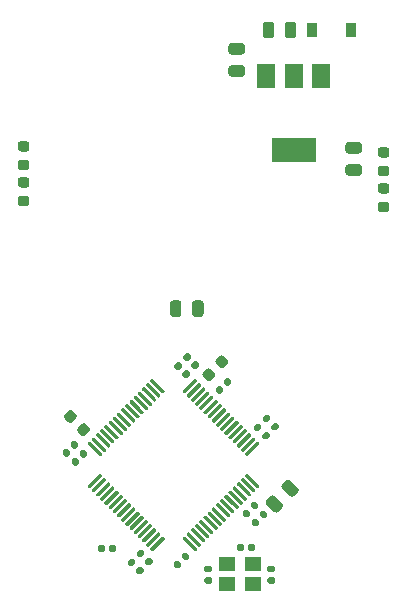
<source format=gbr>
G04 #@! TF.GenerationSoftware,KiCad,Pcbnew,5.1.6-c6e7f7d~86~ubuntu18.04.1*
G04 #@! TF.CreationDate,2020-06-01T06:43:38-04:00*
G04 #@! TF.ProjectId,f405_breakout,66343035-5f62-4726-9561-6b6f75742e6b,rev?*
G04 #@! TF.SameCoordinates,Original*
G04 #@! TF.FileFunction,Paste,Top*
G04 #@! TF.FilePolarity,Positive*
%FSLAX46Y46*%
G04 Gerber Fmt 4.6, Leading zero omitted, Abs format (unit mm)*
G04 Created by KiCad (PCBNEW 5.1.6-c6e7f7d~86~ubuntu18.04.1) date 2020-06-01 06:43:38*
%MOMM*%
%LPD*%
G01*
G04 APERTURE LIST*
%ADD10R,0.900000X1.200000*%
%ADD11R,1.400000X1.200000*%
%ADD12R,3.800000X2.000000*%
%ADD13R,1.500000X2.000000*%
G04 APERTURE END LIST*
G36*
G01*
X130207600Y-79020350D02*
X130207600Y-79932850D01*
G75*
G02*
X129963850Y-80176600I-243750J0D01*
G01*
X129476350Y-80176600D01*
G75*
G02*
X129232600Y-79932850I0J243750D01*
G01*
X129232600Y-79020350D01*
G75*
G02*
X129476350Y-78776600I243750J0D01*
G01*
X129963850Y-78776600D01*
G75*
G02*
X130207600Y-79020350I0J-243750D01*
G01*
G37*
G36*
G01*
X132082600Y-79020350D02*
X132082600Y-79932850D01*
G75*
G02*
X131838850Y-80176600I-243750J0D01*
G01*
X131351350Y-80176600D01*
G75*
G02*
X131107600Y-79932850I0J243750D01*
G01*
X131107600Y-79020350D01*
G75*
G02*
X131351350Y-78776600I243750J0D01*
G01*
X131838850Y-78776600D01*
G75*
G02*
X132082600Y-79020350I0J-243750D01*
G01*
G37*
G36*
G01*
X137246621Y-96570428D02*
X137490572Y-96814380D01*
G75*
G02*
X137490572Y-97022976I-104298J-104298D01*
G01*
X137281976Y-97231572D01*
G75*
G02*
X137073380Y-97231572I-104298J104298D01*
G01*
X136829428Y-96987620D01*
G75*
G02*
X136829428Y-96779024I104298J104298D01*
G01*
X137038024Y-96570428D01*
G75*
G02*
X137246620Y-96570428I104298J-104298D01*
G01*
G37*
G36*
G01*
X136560727Y-97256322D02*
X136804678Y-97500274D01*
G75*
G02*
X136804678Y-97708870I-104298J-104298D01*
G01*
X136596082Y-97917466D01*
G75*
G02*
X136387486Y-97917466I-104298J104298D01*
G01*
X136143534Y-97673514D01*
G75*
G02*
X136143534Y-97464918I104298J104298D01*
G01*
X136352130Y-97256322D01*
G75*
G02*
X136560726Y-97256322I104298J-104298D01*
G01*
G37*
G36*
G01*
X130642621Y-100126428D02*
X130886572Y-100370380D01*
G75*
G02*
X130886572Y-100578976I-104298J-104298D01*
G01*
X130677976Y-100787572D01*
G75*
G02*
X130469380Y-100787572I-104298J104298D01*
G01*
X130225428Y-100543620D01*
G75*
G02*
X130225428Y-100335024I104298J104298D01*
G01*
X130434024Y-100126428D01*
G75*
G02*
X130642620Y-100126428I104298J-104298D01*
G01*
G37*
G36*
G01*
X129956727Y-100812322D02*
X130200678Y-101056274D01*
G75*
G02*
X130200678Y-101264870I-104298J-104298D01*
G01*
X129992082Y-101473466D01*
G75*
G02*
X129783486Y-101473466I-104298J104298D01*
G01*
X129539534Y-101229514D01*
G75*
G02*
X129539534Y-101020918I104298J104298D01*
G01*
X129748130Y-100812322D01*
G75*
G02*
X129956726Y-100812322I104298J-104298D01*
G01*
G37*
G36*
G01*
X134417750Y-56995000D02*
X135330250Y-56995000D01*
G75*
G02*
X135574000Y-57238750I0J-243750D01*
G01*
X135574000Y-57726250D01*
G75*
G02*
X135330250Y-57970000I-243750J0D01*
G01*
X134417750Y-57970000D01*
G75*
G02*
X134174000Y-57726250I0J243750D01*
G01*
X134174000Y-57238750D01*
G75*
G02*
X134417750Y-56995000I243750J0D01*
G01*
G37*
G36*
G01*
X134417750Y-58870000D02*
X135330250Y-58870000D01*
G75*
G02*
X135574000Y-59113750I0J-243750D01*
G01*
X135574000Y-59601250D01*
G75*
G02*
X135330250Y-59845000I-243750J0D01*
G01*
X134417750Y-59845000D01*
G75*
G02*
X134174000Y-59601250I0J243750D01*
G01*
X134174000Y-59113750D01*
G75*
G02*
X134417750Y-58870000I243750J0D01*
G01*
G37*
G36*
G01*
X135798727Y-96494322D02*
X136042678Y-96738274D01*
G75*
G02*
X136042678Y-96946870I-104298J-104298D01*
G01*
X135834082Y-97155466D01*
G75*
G02*
X135625486Y-97155466I-104298J104298D01*
G01*
X135381534Y-96911514D01*
G75*
G02*
X135381534Y-96702918I104298J104298D01*
G01*
X135590130Y-96494322D01*
G75*
G02*
X135798726Y-96494322I104298J-104298D01*
G01*
G37*
G36*
G01*
X136484621Y-95808428D02*
X136728572Y-96052380D01*
G75*
G02*
X136728572Y-96260976I-104298J-104298D01*
G01*
X136519976Y-96469572D01*
G75*
G02*
X136311380Y-96469572I-104298J104298D01*
G01*
X136067428Y-96225620D01*
G75*
G02*
X136067428Y-96017024I104298J104298D01*
G01*
X136276024Y-95808428D01*
G75*
G02*
X136484620Y-95808428I104298J-104298D01*
G01*
G37*
G36*
G01*
X137007322Y-90134273D02*
X137251274Y-89890322D01*
G75*
G02*
X137459870Y-89890322I104298J-104298D01*
G01*
X137668466Y-90098918D01*
G75*
G02*
X137668466Y-90307514I-104298J-104298D01*
G01*
X137424514Y-90551466D01*
G75*
G02*
X137215918Y-90551466I-104298J104298D01*
G01*
X137007322Y-90342870D01*
G75*
G02*
X137007322Y-90134274I104298J104298D01*
G01*
G37*
G36*
G01*
X136321428Y-89448379D02*
X136565380Y-89204428D01*
G75*
G02*
X136773976Y-89204428I104298J-104298D01*
G01*
X136982572Y-89413024D01*
G75*
G02*
X136982572Y-89621620I-104298J-104298D01*
G01*
X136738620Y-89865572D01*
G75*
G02*
X136530024Y-89865572I-104298J104298D01*
G01*
X136321428Y-89656976D01*
G75*
G02*
X136321428Y-89448380I104298J104298D01*
G01*
G37*
G36*
G01*
X137083428Y-88686379D02*
X137327380Y-88442428D01*
G75*
G02*
X137535976Y-88442428I104298J-104298D01*
G01*
X137744572Y-88651024D01*
G75*
G02*
X137744572Y-88859620I-104298J-104298D01*
G01*
X137500620Y-89103572D01*
G75*
G02*
X137292024Y-89103572I-104298J104298D01*
G01*
X137083428Y-88894976D01*
G75*
G02*
X137083428Y-88686380I104298J104298D01*
G01*
G37*
G36*
G01*
X137769322Y-89372273D02*
X138013274Y-89128322D01*
G75*
G02*
X138221870Y-89128322I104298J-104298D01*
G01*
X138430466Y-89336918D01*
G75*
G02*
X138430466Y-89545514I-104298J-104298D01*
G01*
X138186514Y-89789466D01*
G75*
G02*
X137977918Y-89789466I-104298J104298D01*
G01*
X137769322Y-89580870D01*
G75*
G02*
X137769322Y-89372274I104298J104298D01*
G01*
G37*
G36*
G01*
X144323750Y-67252000D02*
X145236250Y-67252000D01*
G75*
G02*
X145480000Y-67495750I0J-243750D01*
G01*
X145480000Y-67983250D01*
G75*
G02*
X145236250Y-68227000I-243750J0D01*
G01*
X144323750Y-68227000D01*
G75*
G02*
X144080000Y-67983250I0J243750D01*
G01*
X144080000Y-67495750D01*
G75*
G02*
X144323750Y-67252000I243750J0D01*
G01*
G37*
G36*
G01*
X144323750Y-65377000D02*
X145236250Y-65377000D01*
G75*
G02*
X145480000Y-65620750I0J-243750D01*
G01*
X145480000Y-66108250D01*
G75*
G02*
X145236250Y-66352000I-243750J0D01*
G01*
X144323750Y-66352000D01*
G75*
G02*
X144080000Y-66108250I0J243750D01*
G01*
X144080000Y-65620750D01*
G75*
G02*
X144323750Y-65377000I243750J0D01*
G01*
G37*
G36*
G01*
X130950072Y-85113121D02*
X130706120Y-85357072D01*
G75*
G02*
X130497524Y-85357072I-104298J104298D01*
G01*
X130288928Y-85148476D01*
G75*
G02*
X130288928Y-84939880I104298J104298D01*
G01*
X130532880Y-84695928D01*
G75*
G02*
X130741476Y-84695928I104298J-104298D01*
G01*
X130950072Y-84904524D01*
G75*
G02*
X130950072Y-85113120I-104298J-104298D01*
G01*
G37*
G36*
G01*
X130264178Y-84427227D02*
X130020226Y-84671178D01*
G75*
G02*
X129811630Y-84671178I-104298J104298D01*
G01*
X129603034Y-84462582D01*
G75*
G02*
X129603034Y-84253986I104298J104298D01*
G01*
X129846986Y-84010034D01*
G75*
G02*
X130055582Y-84010034I104298J-104298D01*
G01*
X130264178Y-84218630D01*
G75*
G02*
X130264178Y-84427226I-104298J-104298D01*
G01*
G37*
G36*
G01*
X131026178Y-83665227D02*
X130782226Y-83909178D01*
G75*
G02*
X130573630Y-83909178I-104298J104298D01*
G01*
X130365034Y-83700582D01*
G75*
G02*
X130365034Y-83491986I104298J104298D01*
G01*
X130608986Y-83248034D01*
G75*
G02*
X130817582Y-83248034I104298J-104298D01*
G01*
X131026178Y-83456630D01*
G75*
G02*
X131026178Y-83665226I-104298J-104298D01*
G01*
G37*
G36*
G01*
X131712072Y-84351121D02*
X131468120Y-84595072D01*
G75*
G02*
X131259524Y-84595072I-104298J104298D01*
G01*
X131050928Y-84386476D01*
G75*
G02*
X131050928Y-84177880I104298J104298D01*
G01*
X131294880Y-83933928D01*
G75*
G02*
X131503476Y-83933928I104298J-104298D01*
G01*
X131712072Y-84142524D01*
G75*
G02*
X131712072Y-84351120I-104298J-104298D01*
G01*
G37*
G36*
G01*
X122006621Y-91426928D02*
X122250572Y-91670880D01*
G75*
G02*
X122250572Y-91879476I-104298J-104298D01*
G01*
X122041976Y-92088072D01*
G75*
G02*
X121833380Y-92088072I-104298J104298D01*
G01*
X121589428Y-91844120D01*
G75*
G02*
X121589428Y-91635524I104298J104298D01*
G01*
X121798024Y-91426928D01*
G75*
G02*
X122006620Y-91426928I104298J-104298D01*
G01*
G37*
G36*
G01*
X121320727Y-92112822D02*
X121564678Y-92356774D01*
G75*
G02*
X121564678Y-92565370I-104298J-104298D01*
G01*
X121356082Y-92773966D01*
G75*
G02*
X121147486Y-92773966I-104298J104298D01*
G01*
X120903534Y-92530014D01*
G75*
G02*
X120903534Y-92321418I104298J104298D01*
G01*
X121112130Y-92112822D01*
G75*
G02*
X121320726Y-92112822I104298J-104298D01*
G01*
G37*
G36*
G01*
X120558727Y-91350822D02*
X120802678Y-91594774D01*
G75*
G02*
X120802678Y-91803370I-104298J-104298D01*
G01*
X120594082Y-92011966D01*
G75*
G02*
X120385486Y-92011966I-104298J104298D01*
G01*
X120141534Y-91768014D01*
G75*
G02*
X120141534Y-91559418I104298J104298D01*
G01*
X120350130Y-91350822D01*
G75*
G02*
X120558726Y-91350822I104298J-104298D01*
G01*
G37*
G36*
G01*
X121244621Y-90664928D02*
X121488572Y-90908880D01*
G75*
G02*
X121488572Y-91117476I-104298J-104298D01*
G01*
X121279976Y-91326072D01*
G75*
G02*
X121071380Y-91326072I-104298J104298D01*
G01*
X120827428Y-91082120D01*
G75*
G02*
X120827428Y-90873524I104298J104298D01*
G01*
X121036024Y-90664928D01*
G75*
G02*
X121244620Y-90664928I104298J-104298D01*
G01*
G37*
G36*
G01*
X127762466Y-100975515D02*
X127518514Y-101219466D01*
G75*
G02*
X127309918Y-101219466I-104298J104298D01*
G01*
X127101322Y-101010870D01*
G75*
G02*
X127101322Y-100802274I104298J104298D01*
G01*
X127345274Y-100558322D01*
G75*
G02*
X127553870Y-100558322I104298J-104298D01*
G01*
X127762466Y-100766918D01*
G75*
G02*
X127762466Y-100975514I-104298J-104298D01*
G01*
G37*
G36*
G01*
X127076572Y-100289621D02*
X126832620Y-100533572D01*
G75*
G02*
X126624024Y-100533572I-104298J104298D01*
G01*
X126415428Y-100324976D01*
G75*
G02*
X126415428Y-100116380I104298J104298D01*
G01*
X126659380Y-99872428D01*
G75*
G02*
X126867976Y-99872428I104298J-104298D01*
G01*
X127076572Y-100081024D01*
G75*
G02*
X127076572Y-100289620I-104298J-104298D01*
G01*
G37*
G36*
G01*
X126314572Y-101051621D02*
X126070620Y-101295572D01*
G75*
G02*
X125862024Y-101295572I-104298J104298D01*
G01*
X125653428Y-101086976D01*
G75*
G02*
X125653428Y-100878380I104298J104298D01*
G01*
X125897380Y-100634428D01*
G75*
G02*
X126105976Y-100634428I104298J-104298D01*
G01*
X126314572Y-100843024D01*
G75*
G02*
X126314572Y-101051620I-104298J-104298D01*
G01*
G37*
G36*
G01*
X127000466Y-101737515D02*
X126756514Y-101981466D01*
G75*
G02*
X126547918Y-101981466I-104298J104298D01*
G01*
X126339322Y-101772870D01*
G75*
G02*
X126339322Y-101564274I104298J104298D01*
G01*
X126583274Y-101320322D01*
G75*
G02*
X126791870Y-101320322I104298J-104298D01*
G01*
X127000466Y-101528918D01*
G75*
G02*
X127000466Y-101737514I-104298J-104298D01*
G01*
G37*
G36*
G01*
X133510031Y-84466861D02*
X133147638Y-84104469D01*
G75*
G02*
X133147638Y-83795109I154680J154680D01*
G01*
X133456997Y-83485750D01*
G75*
G02*
X133766357Y-83485750I154680J-154680D01*
G01*
X134128750Y-83848143D01*
G75*
G02*
X134128750Y-84157503I-154680J-154680D01*
G01*
X133819391Y-84466862D01*
G75*
G02*
X133510031Y-84466862I-154680J154680D01*
G01*
G37*
G36*
G01*
X132396337Y-85580555D02*
X132033944Y-85218163D01*
G75*
G02*
X132033944Y-84908803I154680J154680D01*
G01*
X132343303Y-84599444D01*
G75*
G02*
X132652663Y-84599444I154680J-154680D01*
G01*
X133015056Y-84961837D01*
G75*
G02*
X133015056Y-85271197I-154680J-154680D01*
G01*
X132705697Y-85580556D01*
G75*
G02*
X132396337Y-85580556I-154680J154680D01*
G01*
G37*
G36*
G01*
X122410555Y-89853663D02*
X122048163Y-90216056D01*
G75*
G02*
X121738803Y-90216056I-154680J154680D01*
G01*
X121429444Y-89906697D01*
G75*
G02*
X121429444Y-89597337I154680J154680D01*
G01*
X121791837Y-89234944D01*
G75*
G02*
X122101197Y-89234944I154680J-154680D01*
G01*
X122410556Y-89544303D01*
G75*
G02*
X122410556Y-89853663I-154680J-154680D01*
G01*
G37*
G36*
G01*
X121296861Y-88739969D02*
X120934469Y-89102362D01*
G75*
G02*
X120625109Y-89102362I-154680J154680D01*
G01*
X120315750Y-88793003D01*
G75*
G02*
X120315750Y-88483643I154680J154680D01*
G01*
X120678143Y-88121250D01*
G75*
G02*
X120987503Y-88121250I154680J-154680D01*
G01*
X121296862Y-88430609D01*
G75*
G02*
X121296862Y-88739969I-154680J-154680D01*
G01*
G37*
G36*
G01*
X132633500Y-101814000D02*
X132288500Y-101814000D01*
G75*
G02*
X132141000Y-101666500I0J147500D01*
G01*
X132141000Y-101371500D01*
G75*
G02*
X132288500Y-101224000I147500J0D01*
G01*
X132633500Y-101224000D01*
G75*
G02*
X132781000Y-101371500I0J-147500D01*
G01*
X132781000Y-101666500D01*
G75*
G02*
X132633500Y-101814000I-147500J0D01*
G01*
G37*
G36*
G01*
X132633500Y-102784000D02*
X132288500Y-102784000D01*
G75*
G02*
X132141000Y-102636500I0J147500D01*
G01*
X132141000Y-102341500D01*
G75*
G02*
X132288500Y-102194000I147500J0D01*
G01*
X132633500Y-102194000D01*
G75*
G02*
X132781000Y-102341500I0J-147500D01*
G01*
X132781000Y-102636500D01*
G75*
G02*
X132633500Y-102784000I-147500J0D01*
G01*
G37*
G36*
G01*
X137622500Y-101224000D02*
X137967500Y-101224000D01*
G75*
G02*
X138115000Y-101371500I0J-147500D01*
G01*
X138115000Y-101666500D01*
G75*
G02*
X137967500Y-101814000I-147500J0D01*
G01*
X137622500Y-101814000D01*
G75*
G02*
X137475000Y-101666500I0J147500D01*
G01*
X137475000Y-101371500D01*
G75*
G02*
X137622500Y-101224000I147500J0D01*
G01*
G37*
G36*
G01*
X137622500Y-102194000D02*
X137967500Y-102194000D01*
G75*
G02*
X138115000Y-102341500I0J-147500D01*
G01*
X138115000Y-102636500D01*
G75*
G02*
X137967500Y-102784000I-147500J0D01*
G01*
X137622500Y-102784000D01*
G75*
G02*
X137475000Y-102636500I0J147500D01*
G01*
X137475000Y-102341500D01*
G75*
G02*
X137622500Y-102194000I147500J0D01*
G01*
G37*
D10*
X141226000Y-55880000D03*
X144526000Y-55880000D03*
G36*
G01*
X147576250Y-69728500D02*
X147063750Y-69728500D01*
G75*
G02*
X146845000Y-69509750I0J218750D01*
G01*
X146845000Y-69072250D01*
G75*
G02*
X147063750Y-68853500I218750J0D01*
G01*
X147576250Y-68853500D01*
G75*
G02*
X147795000Y-69072250I0J-218750D01*
G01*
X147795000Y-69509750D01*
G75*
G02*
X147576250Y-69728500I-218750J0D01*
G01*
G37*
G36*
G01*
X147576250Y-71303500D02*
X147063750Y-71303500D01*
G75*
G02*
X146845000Y-71084750I0J218750D01*
G01*
X146845000Y-70647250D01*
G75*
G02*
X147063750Y-70428500I218750J0D01*
G01*
X147576250Y-70428500D01*
G75*
G02*
X147795000Y-70647250I0J-218750D01*
G01*
X147795000Y-71084750D01*
G75*
G02*
X147576250Y-71303500I-218750J0D01*
G01*
G37*
G36*
G01*
X116583750Y-66872500D02*
X117096250Y-66872500D01*
G75*
G02*
X117315000Y-67091250I0J-218750D01*
G01*
X117315000Y-67528750D01*
G75*
G02*
X117096250Y-67747500I-218750J0D01*
G01*
X116583750Y-67747500D01*
G75*
G02*
X116365000Y-67528750I0J218750D01*
G01*
X116365000Y-67091250D01*
G75*
G02*
X116583750Y-66872500I218750J0D01*
G01*
G37*
G36*
G01*
X116583750Y-65297500D02*
X117096250Y-65297500D01*
G75*
G02*
X117315000Y-65516250I0J-218750D01*
G01*
X117315000Y-65953750D01*
G75*
G02*
X117096250Y-66172500I-218750J0D01*
G01*
X116583750Y-66172500D01*
G75*
G02*
X116365000Y-65953750I0J218750D01*
G01*
X116365000Y-65516250D01*
G75*
G02*
X116583750Y-65297500I218750J0D01*
G01*
G37*
G36*
G01*
X139378129Y-95353506D02*
X138732894Y-94708271D01*
G75*
G02*
X138732894Y-94363557I172357J172357D01*
G01*
X139077609Y-94018842D01*
G75*
G02*
X139422323Y-94018842I172357J-172357D01*
G01*
X140067558Y-94664077D01*
G75*
G02*
X140067558Y-95008791I-172357J-172357D01*
G01*
X139722843Y-95353506D01*
G75*
G02*
X139378129Y-95353506I-172357J172357D01*
G01*
G37*
G36*
G01*
X138052303Y-96679332D02*
X137407068Y-96034097D01*
G75*
G02*
X137407068Y-95689383I172357J172357D01*
G01*
X137751783Y-95344668D01*
G75*
G02*
X138096497Y-95344668I172357J-172357D01*
G01*
X138741732Y-95989903D01*
G75*
G02*
X138741732Y-96334617I-172357J-172357D01*
G01*
X138397017Y-96679332D01*
G75*
G02*
X138052303Y-96679332I-172357J172357D01*
G01*
G37*
G36*
G01*
X137083500Y-56336250D02*
X137083500Y-55423750D01*
G75*
G02*
X137327250Y-55180000I243750J0D01*
G01*
X137814750Y-55180000D01*
G75*
G02*
X138058500Y-55423750I0J-243750D01*
G01*
X138058500Y-56336250D01*
G75*
G02*
X137814750Y-56580000I-243750J0D01*
G01*
X137327250Y-56580000D01*
G75*
G02*
X137083500Y-56336250I0J243750D01*
G01*
G37*
G36*
G01*
X138958500Y-56336250D02*
X138958500Y-55423750D01*
G75*
G02*
X139202250Y-55180000I243750J0D01*
G01*
X139689750Y-55180000D01*
G75*
G02*
X139933500Y-55423750I0J-243750D01*
G01*
X139933500Y-56336250D01*
G75*
G02*
X139689750Y-56580000I-243750J0D01*
G01*
X139202250Y-56580000D01*
G75*
G02*
X138958500Y-56336250I0J243750D01*
G01*
G37*
D11*
X134028000Y-102831000D03*
X136228000Y-102831000D03*
X136228000Y-101131000D03*
X134028000Y-101131000D03*
G36*
G01*
X147576250Y-66680500D02*
X147063750Y-66680500D01*
G75*
G02*
X146845000Y-66461750I0J218750D01*
G01*
X146845000Y-66024250D01*
G75*
G02*
X147063750Y-65805500I218750J0D01*
G01*
X147576250Y-65805500D01*
G75*
G02*
X147795000Y-66024250I0J-218750D01*
G01*
X147795000Y-66461750D01*
G75*
G02*
X147576250Y-66680500I-218750J0D01*
G01*
G37*
G36*
G01*
X147576250Y-68255500D02*
X147063750Y-68255500D01*
G75*
G02*
X146845000Y-68036750I0J218750D01*
G01*
X146845000Y-67599250D01*
G75*
G02*
X147063750Y-67380500I218750J0D01*
G01*
X147576250Y-67380500D01*
G75*
G02*
X147795000Y-67599250I0J-218750D01*
G01*
X147795000Y-68036750D01*
G75*
G02*
X147576250Y-68255500I-218750J0D01*
G01*
G37*
G36*
G01*
X123118800Y-99969100D02*
X123118800Y-99624100D01*
G75*
G02*
X123266300Y-99476600I147500J0D01*
G01*
X123561300Y-99476600D01*
G75*
G02*
X123708800Y-99624100I0J-147500D01*
G01*
X123708800Y-99969100D01*
G75*
G02*
X123561300Y-100116600I-147500J0D01*
G01*
X123266300Y-100116600D01*
G75*
G02*
X123118800Y-99969100I0J147500D01*
G01*
G37*
G36*
G01*
X124088800Y-99969100D02*
X124088800Y-99624100D01*
G75*
G02*
X124236300Y-99476600I147500J0D01*
G01*
X124531300Y-99476600D01*
G75*
G02*
X124678800Y-99624100I0J-147500D01*
G01*
X124678800Y-99969100D01*
G75*
G02*
X124531300Y-100116600I-147500J0D01*
G01*
X124236300Y-100116600D01*
G75*
G02*
X124088800Y-99969100I0J147500D01*
G01*
G37*
G36*
G01*
X116583750Y-69920500D02*
X117096250Y-69920500D01*
G75*
G02*
X117315000Y-70139250I0J-218750D01*
G01*
X117315000Y-70576750D01*
G75*
G02*
X117096250Y-70795500I-218750J0D01*
G01*
X116583750Y-70795500D01*
G75*
G02*
X116365000Y-70576750I0J218750D01*
G01*
X116365000Y-70139250D01*
G75*
G02*
X116583750Y-69920500I218750J0D01*
G01*
G37*
G36*
G01*
X116583750Y-68345500D02*
X117096250Y-68345500D01*
G75*
G02*
X117315000Y-68564250I0J-218750D01*
G01*
X117315000Y-69001750D01*
G75*
G02*
X117096250Y-69220500I-218750J0D01*
G01*
X116583750Y-69220500D01*
G75*
G02*
X116365000Y-69001750I0J218750D01*
G01*
X116365000Y-68564250D01*
G75*
G02*
X116583750Y-68345500I218750J0D01*
G01*
G37*
G36*
G01*
X133512821Y-86029428D02*
X133756772Y-86273380D01*
G75*
G02*
X133756772Y-86481976I-104298J-104298D01*
G01*
X133548176Y-86690572D01*
G75*
G02*
X133339580Y-86690572I-104298J104298D01*
G01*
X133095628Y-86446620D01*
G75*
G02*
X133095628Y-86238024I104298J104298D01*
G01*
X133304224Y-86029428D01*
G75*
G02*
X133512820Y-86029428I104298J-104298D01*
G01*
G37*
G36*
G01*
X134198715Y-85343534D02*
X134442666Y-85587486D01*
G75*
G02*
X134442666Y-85796082I-104298J-104298D01*
G01*
X134234070Y-86004678D01*
G75*
G02*
X134025474Y-86004678I-104298J104298D01*
G01*
X133781522Y-85760726D01*
G75*
G02*
X133781522Y-85552130I104298J104298D01*
G01*
X133990118Y-85343534D01*
G75*
G02*
X134198714Y-85343534I104298J-104298D01*
G01*
G37*
G36*
G01*
X134879000Y-99867500D02*
X134879000Y-99522500D01*
G75*
G02*
X135026500Y-99375000I147500J0D01*
G01*
X135321500Y-99375000D01*
G75*
G02*
X135469000Y-99522500I0J-147500D01*
G01*
X135469000Y-99867500D01*
G75*
G02*
X135321500Y-100015000I-147500J0D01*
G01*
X135026500Y-100015000D01*
G75*
G02*
X134879000Y-99867500I0J147500D01*
G01*
G37*
G36*
G01*
X135849000Y-99867500D02*
X135849000Y-99522500D01*
G75*
G02*
X135996500Y-99375000I147500J0D01*
G01*
X136291500Y-99375000D01*
G75*
G02*
X136439000Y-99522500I0J-147500D01*
G01*
X136439000Y-99867500D01*
G75*
G02*
X136291500Y-100015000I-147500J0D01*
G01*
X135996500Y-100015000D01*
G75*
G02*
X135849000Y-99867500I0J147500D01*
G01*
G37*
D12*
X139700000Y-66040000D03*
D13*
X139700000Y-59740000D03*
X137400000Y-59740000D03*
X142000000Y-59740000D03*
G36*
G01*
X131502222Y-99869456D02*
X131396156Y-99975522D01*
G75*
G02*
X131290090Y-99975522I-53033J53033D01*
G01*
X130300140Y-98985572D01*
G75*
G02*
X130300140Y-98879506I53033J53033D01*
G01*
X130406206Y-98773440D01*
G75*
G02*
X130512272Y-98773440I53033J-53033D01*
G01*
X131502222Y-99763390D01*
G75*
G02*
X131502222Y-99869456I-53033J-53033D01*
G01*
G37*
G36*
G01*
X131855775Y-99515903D02*
X131749709Y-99621969D01*
G75*
G02*
X131643643Y-99621969I-53033J53033D01*
G01*
X130653693Y-98632019D01*
G75*
G02*
X130653693Y-98525953I53033J53033D01*
G01*
X130759759Y-98419887D01*
G75*
G02*
X130865825Y-98419887I53033J-53033D01*
G01*
X131855775Y-99409837D01*
G75*
G02*
X131855775Y-99515903I-53033J-53033D01*
G01*
G37*
G36*
G01*
X132209328Y-99162350D02*
X132103262Y-99268416D01*
G75*
G02*
X131997196Y-99268416I-53033J53033D01*
G01*
X131007246Y-98278466D01*
G75*
G02*
X131007246Y-98172400I53033J53033D01*
G01*
X131113312Y-98066334D01*
G75*
G02*
X131219378Y-98066334I53033J-53033D01*
G01*
X132209328Y-99056284D01*
G75*
G02*
X132209328Y-99162350I-53033J-53033D01*
G01*
G37*
G36*
G01*
X132562882Y-98808796D02*
X132456816Y-98914862D01*
G75*
G02*
X132350750Y-98914862I-53033J53033D01*
G01*
X131360800Y-97924912D01*
G75*
G02*
X131360800Y-97818846I53033J53033D01*
G01*
X131466866Y-97712780D01*
G75*
G02*
X131572932Y-97712780I53033J-53033D01*
G01*
X132562882Y-98702730D01*
G75*
G02*
X132562882Y-98808796I-53033J-53033D01*
G01*
G37*
G36*
G01*
X132916435Y-98455243D02*
X132810369Y-98561309D01*
G75*
G02*
X132704303Y-98561309I-53033J53033D01*
G01*
X131714353Y-97571359D01*
G75*
G02*
X131714353Y-97465293I53033J53033D01*
G01*
X131820419Y-97359227D01*
G75*
G02*
X131926485Y-97359227I53033J-53033D01*
G01*
X132916435Y-98349177D01*
G75*
G02*
X132916435Y-98455243I-53033J-53033D01*
G01*
G37*
G36*
G01*
X133269989Y-98101689D02*
X133163923Y-98207755D01*
G75*
G02*
X133057857Y-98207755I-53033J53033D01*
G01*
X132067907Y-97217805D01*
G75*
G02*
X132067907Y-97111739I53033J53033D01*
G01*
X132173973Y-97005673D01*
G75*
G02*
X132280039Y-97005673I53033J-53033D01*
G01*
X133269989Y-97995623D01*
G75*
G02*
X133269989Y-98101689I-53033J-53033D01*
G01*
G37*
G36*
G01*
X133623542Y-97748136D02*
X133517476Y-97854202D01*
G75*
G02*
X133411410Y-97854202I-53033J53033D01*
G01*
X132421460Y-96864252D01*
G75*
G02*
X132421460Y-96758186I53033J53033D01*
G01*
X132527526Y-96652120D01*
G75*
G02*
X132633592Y-96652120I53033J-53033D01*
G01*
X133623542Y-97642070D01*
G75*
G02*
X133623542Y-97748136I-53033J-53033D01*
G01*
G37*
G36*
G01*
X133977095Y-97394583D02*
X133871029Y-97500649D01*
G75*
G02*
X133764963Y-97500649I-53033J53033D01*
G01*
X132775013Y-96510699D01*
G75*
G02*
X132775013Y-96404633I53033J53033D01*
G01*
X132881079Y-96298567D01*
G75*
G02*
X132987145Y-96298567I53033J-53033D01*
G01*
X133977095Y-97288517D01*
G75*
G02*
X133977095Y-97394583I-53033J-53033D01*
G01*
G37*
G36*
G01*
X134330649Y-97041029D02*
X134224583Y-97147095D01*
G75*
G02*
X134118517Y-97147095I-53033J53033D01*
G01*
X133128567Y-96157145D01*
G75*
G02*
X133128567Y-96051079I53033J53033D01*
G01*
X133234633Y-95945013D01*
G75*
G02*
X133340699Y-95945013I53033J-53033D01*
G01*
X134330649Y-96934963D01*
G75*
G02*
X134330649Y-97041029I-53033J-53033D01*
G01*
G37*
G36*
G01*
X134684202Y-96687476D02*
X134578136Y-96793542D01*
G75*
G02*
X134472070Y-96793542I-53033J53033D01*
G01*
X133482120Y-95803592D01*
G75*
G02*
X133482120Y-95697526I53033J53033D01*
G01*
X133588186Y-95591460D01*
G75*
G02*
X133694252Y-95591460I53033J-53033D01*
G01*
X134684202Y-96581410D01*
G75*
G02*
X134684202Y-96687476I-53033J-53033D01*
G01*
G37*
G36*
G01*
X135037755Y-96333923D02*
X134931689Y-96439989D01*
G75*
G02*
X134825623Y-96439989I-53033J53033D01*
G01*
X133835673Y-95450039D01*
G75*
G02*
X133835673Y-95343973I53033J53033D01*
G01*
X133941739Y-95237907D01*
G75*
G02*
X134047805Y-95237907I53033J-53033D01*
G01*
X135037755Y-96227857D01*
G75*
G02*
X135037755Y-96333923I-53033J-53033D01*
G01*
G37*
G36*
G01*
X135391309Y-95980369D02*
X135285243Y-96086435D01*
G75*
G02*
X135179177Y-96086435I-53033J53033D01*
G01*
X134189227Y-95096485D01*
G75*
G02*
X134189227Y-94990419I53033J53033D01*
G01*
X134295293Y-94884353D01*
G75*
G02*
X134401359Y-94884353I53033J-53033D01*
G01*
X135391309Y-95874303D01*
G75*
G02*
X135391309Y-95980369I-53033J-53033D01*
G01*
G37*
G36*
G01*
X135744862Y-95626816D02*
X135638796Y-95732882D01*
G75*
G02*
X135532730Y-95732882I-53033J53033D01*
G01*
X134542780Y-94742932D01*
G75*
G02*
X134542780Y-94636866I53033J53033D01*
G01*
X134648846Y-94530800D01*
G75*
G02*
X134754912Y-94530800I53033J-53033D01*
G01*
X135744862Y-95520750D01*
G75*
G02*
X135744862Y-95626816I-53033J-53033D01*
G01*
G37*
G36*
G01*
X136098416Y-95273262D02*
X135992350Y-95379328D01*
G75*
G02*
X135886284Y-95379328I-53033J53033D01*
G01*
X134896334Y-94389378D01*
G75*
G02*
X134896334Y-94283312I53033J53033D01*
G01*
X135002400Y-94177246D01*
G75*
G02*
X135108466Y-94177246I53033J-53033D01*
G01*
X136098416Y-95167196D01*
G75*
G02*
X136098416Y-95273262I-53033J-53033D01*
G01*
G37*
G36*
G01*
X136451969Y-94919709D02*
X136345903Y-95025775D01*
G75*
G02*
X136239837Y-95025775I-53033J53033D01*
G01*
X135249887Y-94035825D01*
G75*
G02*
X135249887Y-93929759I53033J53033D01*
G01*
X135355953Y-93823693D01*
G75*
G02*
X135462019Y-93823693I53033J-53033D01*
G01*
X136451969Y-94813643D01*
G75*
G02*
X136451969Y-94919709I-53033J-53033D01*
G01*
G37*
G36*
G01*
X136805522Y-94566156D02*
X136699456Y-94672222D01*
G75*
G02*
X136593390Y-94672222I-53033J53033D01*
G01*
X135603440Y-93682272D01*
G75*
G02*
X135603440Y-93576206I53033J53033D01*
G01*
X135709506Y-93470140D01*
G75*
G02*
X135815572Y-93470140I53033J-53033D01*
G01*
X136805522Y-94460090D01*
G75*
G02*
X136805522Y-94566156I-53033J-53033D01*
G01*
G37*
G36*
G01*
X136805522Y-90959910D02*
X135815572Y-91949860D01*
G75*
G02*
X135709506Y-91949860I-53033J53033D01*
G01*
X135603440Y-91843794D01*
G75*
G02*
X135603440Y-91737728I53033J53033D01*
G01*
X136593390Y-90747778D01*
G75*
G02*
X136699456Y-90747778I53033J-53033D01*
G01*
X136805522Y-90853844D01*
G75*
G02*
X136805522Y-90959910I-53033J-53033D01*
G01*
G37*
G36*
G01*
X136451969Y-90606357D02*
X135462019Y-91596307D01*
G75*
G02*
X135355953Y-91596307I-53033J53033D01*
G01*
X135249887Y-91490241D01*
G75*
G02*
X135249887Y-91384175I53033J53033D01*
G01*
X136239837Y-90394225D01*
G75*
G02*
X136345903Y-90394225I53033J-53033D01*
G01*
X136451969Y-90500291D01*
G75*
G02*
X136451969Y-90606357I-53033J-53033D01*
G01*
G37*
G36*
G01*
X136098416Y-90252804D02*
X135108466Y-91242754D01*
G75*
G02*
X135002400Y-91242754I-53033J53033D01*
G01*
X134896334Y-91136688D01*
G75*
G02*
X134896334Y-91030622I53033J53033D01*
G01*
X135886284Y-90040672D01*
G75*
G02*
X135992350Y-90040672I53033J-53033D01*
G01*
X136098416Y-90146738D01*
G75*
G02*
X136098416Y-90252804I-53033J-53033D01*
G01*
G37*
G36*
G01*
X135744862Y-89899250D02*
X134754912Y-90889200D01*
G75*
G02*
X134648846Y-90889200I-53033J53033D01*
G01*
X134542780Y-90783134D01*
G75*
G02*
X134542780Y-90677068I53033J53033D01*
G01*
X135532730Y-89687118D01*
G75*
G02*
X135638796Y-89687118I53033J-53033D01*
G01*
X135744862Y-89793184D01*
G75*
G02*
X135744862Y-89899250I-53033J-53033D01*
G01*
G37*
G36*
G01*
X135391309Y-89545697D02*
X134401359Y-90535647D01*
G75*
G02*
X134295293Y-90535647I-53033J53033D01*
G01*
X134189227Y-90429581D01*
G75*
G02*
X134189227Y-90323515I53033J53033D01*
G01*
X135179177Y-89333565D01*
G75*
G02*
X135285243Y-89333565I53033J-53033D01*
G01*
X135391309Y-89439631D01*
G75*
G02*
X135391309Y-89545697I-53033J-53033D01*
G01*
G37*
G36*
G01*
X135037755Y-89192143D02*
X134047805Y-90182093D01*
G75*
G02*
X133941739Y-90182093I-53033J53033D01*
G01*
X133835673Y-90076027D01*
G75*
G02*
X133835673Y-89969961I53033J53033D01*
G01*
X134825623Y-88980011D01*
G75*
G02*
X134931689Y-88980011I53033J-53033D01*
G01*
X135037755Y-89086077D01*
G75*
G02*
X135037755Y-89192143I-53033J-53033D01*
G01*
G37*
G36*
G01*
X134684202Y-88838590D02*
X133694252Y-89828540D01*
G75*
G02*
X133588186Y-89828540I-53033J53033D01*
G01*
X133482120Y-89722474D01*
G75*
G02*
X133482120Y-89616408I53033J53033D01*
G01*
X134472070Y-88626458D01*
G75*
G02*
X134578136Y-88626458I53033J-53033D01*
G01*
X134684202Y-88732524D01*
G75*
G02*
X134684202Y-88838590I-53033J-53033D01*
G01*
G37*
G36*
G01*
X134330649Y-88485037D02*
X133340699Y-89474987D01*
G75*
G02*
X133234633Y-89474987I-53033J53033D01*
G01*
X133128567Y-89368921D01*
G75*
G02*
X133128567Y-89262855I53033J53033D01*
G01*
X134118517Y-88272905D01*
G75*
G02*
X134224583Y-88272905I53033J-53033D01*
G01*
X134330649Y-88378971D01*
G75*
G02*
X134330649Y-88485037I-53033J-53033D01*
G01*
G37*
G36*
G01*
X133977095Y-88131483D02*
X132987145Y-89121433D01*
G75*
G02*
X132881079Y-89121433I-53033J53033D01*
G01*
X132775013Y-89015367D01*
G75*
G02*
X132775013Y-88909301I53033J53033D01*
G01*
X133764963Y-87919351D01*
G75*
G02*
X133871029Y-87919351I53033J-53033D01*
G01*
X133977095Y-88025417D01*
G75*
G02*
X133977095Y-88131483I-53033J-53033D01*
G01*
G37*
G36*
G01*
X133623542Y-87777930D02*
X132633592Y-88767880D01*
G75*
G02*
X132527526Y-88767880I-53033J53033D01*
G01*
X132421460Y-88661814D01*
G75*
G02*
X132421460Y-88555748I53033J53033D01*
G01*
X133411410Y-87565798D01*
G75*
G02*
X133517476Y-87565798I53033J-53033D01*
G01*
X133623542Y-87671864D01*
G75*
G02*
X133623542Y-87777930I-53033J-53033D01*
G01*
G37*
G36*
G01*
X133269989Y-87424377D02*
X132280039Y-88414327D01*
G75*
G02*
X132173973Y-88414327I-53033J53033D01*
G01*
X132067907Y-88308261D01*
G75*
G02*
X132067907Y-88202195I53033J53033D01*
G01*
X133057857Y-87212245D01*
G75*
G02*
X133163923Y-87212245I53033J-53033D01*
G01*
X133269989Y-87318311D01*
G75*
G02*
X133269989Y-87424377I-53033J-53033D01*
G01*
G37*
G36*
G01*
X132916435Y-87070823D02*
X131926485Y-88060773D01*
G75*
G02*
X131820419Y-88060773I-53033J53033D01*
G01*
X131714353Y-87954707D01*
G75*
G02*
X131714353Y-87848641I53033J53033D01*
G01*
X132704303Y-86858691D01*
G75*
G02*
X132810369Y-86858691I53033J-53033D01*
G01*
X132916435Y-86964757D01*
G75*
G02*
X132916435Y-87070823I-53033J-53033D01*
G01*
G37*
G36*
G01*
X132562882Y-86717270D02*
X131572932Y-87707220D01*
G75*
G02*
X131466866Y-87707220I-53033J53033D01*
G01*
X131360800Y-87601154D01*
G75*
G02*
X131360800Y-87495088I53033J53033D01*
G01*
X132350750Y-86505138D01*
G75*
G02*
X132456816Y-86505138I53033J-53033D01*
G01*
X132562882Y-86611204D01*
G75*
G02*
X132562882Y-86717270I-53033J-53033D01*
G01*
G37*
G36*
G01*
X132209328Y-86363716D02*
X131219378Y-87353666D01*
G75*
G02*
X131113312Y-87353666I-53033J53033D01*
G01*
X131007246Y-87247600D01*
G75*
G02*
X131007246Y-87141534I53033J53033D01*
G01*
X131997196Y-86151584D01*
G75*
G02*
X132103262Y-86151584I53033J-53033D01*
G01*
X132209328Y-86257650D01*
G75*
G02*
X132209328Y-86363716I-53033J-53033D01*
G01*
G37*
G36*
G01*
X131855775Y-86010163D02*
X130865825Y-87000113D01*
G75*
G02*
X130759759Y-87000113I-53033J53033D01*
G01*
X130653693Y-86894047D01*
G75*
G02*
X130653693Y-86787981I53033J53033D01*
G01*
X131643643Y-85798031D01*
G75*
G02*
X131749709Y-85798031I53033J-53033D01*
G01*
X131855775Y-85904097D01*
G75*
G02*
X131855775Y-86010163I-53033J-53033D01*
G01*
G37*
G36*
G01*
X131502222Y-85656610D02*
X130512272Y-86646560D01*
G75*
G02*
X130406206Y-86646560I-53033J53033D01*
G01*
X130300140Y-86540494D01*
G75*
G02*
X130300140Y-86434428I53033J53033D01*
G01*
X131290090Y-85444478D01*
G75*
G02*
X131396156Y-85444478I53033J-53033D01*
G01*
X131502222Y-85550544D01*
G75*
G02*
X131502222Y-85656610I-53033J-53033D01*
G01*
G37*
G36*
G01*
X128779860Y-86540494D02*
X128673794Y-86646560D01*
G75*
G02*
X128567728Y-86646560I-53033J53033D01*
G01*
X127577778Y-85656610D01*
G75*
G02*
X127577778Y-85550544I53033J53033D01*
G01*
X127683844Y-85444478D01*
G75*
G02*
X127789910Y-85444478I53033J-53033D01*
G01*
X128779860Y-86434428D01*
G75*
G02*
X128779860Y-86540494I-53033J-53033D01*
G01*
G37*
G36*
G01*
X128426307Y-86894047D02*
X128320241Y-87000113D01*
G75*
G02*
X128214175Y-87000113I-53033J53033D01*
G01*
X127224225Y-86010163D01*
G75*
G02*
X127224225Y-85904097I53033J53033D01*
G01*
X127330291Y-85798031D01*
G75*
G02*
X127436357Y-85798031I53033J-53033D01*
G01*
X128426307Y-86787981D01*
G75*
G02*
X128426307Y-86894047I-53033J-53033D01*
G01*
G37*
G36*
G01*
X128072754Y-87247600D02*
X127966688Y-87353666D01*
G75*
G02*
X127860622Y-87353666I-53033J53033D01*
G01*
X126870672Y-86363716D01*
G75*
G02*
X126870672Y-86257650I53033J53033D01*
G01*
X126976738Y-86151584D01*
G75*
G02*
X127082804Y-86151584I53033J-53033D01*
G01*
X128072754Y-87141534D01*
G75*
G02*
X128072754Y-87247600I-53033J-53033D01*
G01*
G37*
G36*
G01*
X127719200Y-87601154D02*
X127613134Y-87707220D01*
G75*
G02*
X127507068Y-87707220I-53033J53033D01*
G01*
X126517118Y-86717270D01*
G75*
G02*
X126517118Y-86611204I53033J53033D01*
G01*
X126623184Y-86505138D01*
G75*
G02*
X126729250Y-86505138I53033J-53033D01*
G01*
X127719200Y-87495088D01*
G75*
G02*
X127719200Y-87601154I-53033J-53033D01*
G01*
G37*
G36*
G01*
X127365647Y-87954707D02*
X127259581Y-88060773D01*
G75*
G02*
X127153515Y-88060773I-53033J53033D01*
G01*
X126163565Y-87070823D01*
G75*
G02*
X126163565Y-86964757I53033J53033D01*
G01*
X126269631Y-86858691D01*
G75*
G02*
X126375697Y-86858691I53033J-53033D01*
G01*
X127365647Y-87848641D01*
G75*
G02*
X127365647Y-87954707I-53033J-53033D01*
G01*
G37*
G36*
G01*
X127012093Y-88308261D02*
X126906027Y-88414327D01*
G75*
G02*
X126799961Y-88414327I-53033J53033D01*
G01*
X125810011Y-87424377D01*
G75*
G02*
X125810011Y-87318311I53033J53033D01*
G01*
X125916077Y-87212245D01*
G75*
G02*
X126022143Y-87212245I53033J-53033D01*
G01*
X127012093Y-88202195D01*
G75*
G02*
X127012093Y-88308261I-53033J-53033D01*
G01*
G37*
G36*
G01*
X126658540Y-88661814D02*
X126552474Y-88767880D01*
G75*
G02*
X126446408Y-88767880I-53033J53033D01*
G01*
X125456458Y-87777930D01*
G75*
G02*
X125456458Y-87671864I53033J53033D01*
G01*
X125562524Y-87565798D01*
G75*
G02*
X125668590Y-87565798I53033J-53033D01*
G01*
X126658540Y-88555748D01*
G75*
G02*
X126658540Y-88661814I-53033J-53033D01*
G01*
G37*
G36*
G01*
X126304987Y-89015367D02*
X126198921Y-89121433D01*
G75*
G02*
X126092855Y-89121433I-53033J53033D01*
G01*
X125102905Y-88131483D01*
G75*
G02*
X125102905Y-88025417I53033J53033D01*
G01*
X125208971Y-87919351D01*
G75*
G02*
X125315037Y-87919351I53033J-53033D01*
G01*
X126304987Y-88909301D01*
G75*
G02*
X126304987Y-89015367I-53033J-53033D01*
G01*
G37*
G36*
G01*
X125951433Y-89368921D02*
X125845367Y-89474987D01*
G75*
G02*
X125739301Y-89474987I-53033J53033D01*
G01*
X124749351Y-88485037D01*
G75*
G02*
X124749351Y-88378971I53033J53033D01*
G01*
X124855417Y-88272905D01*
G75*
G02*
X124961483Y-88272905I53033J-53033D01*
G01*
X125951433Y-89262855D01*
G75*
G02*
X125951433Y-89368921I-53033J-53033D01*
G01*
G37*
G36*
G01*
X125597880Y-89722474D02*
X125491814Y-89828540D01*
G75*
G02*
X125385748Y-89828540I-53033J53033D01*
G01*
X124395798Y-88838590D01*
G75*
G02*
X124395798Y-88732524I53033J53033D01*
G01*
X124501864Y-88626458D01*
G75*
G02*
X124607930Y-88626458I53033J-53033D01*
G01*
X125597880Y-89616408D01*
G75*
G02*
X125597880Y-89722474I-53033J-53033D01*
G01*
G37*
G36*
G01*
X125244327Y-90076027D02*
X125138261Y-90182093D01*
G75*
G02*
X125032195Y-90182093I-53033J53033D01*
G01*
X124042245Y-89192143D01*
G75*
G02*
X124042245Y-89086077I53033J53033D01*
G01*
X124148311Y-88980011D01*
G75*
G02*
X124254377Y-88980011I53033J-53033D01*
G01*
X125244327Y-89969961D01*
G75*
G02*
X125244327Y-90076027I-53033J-53033D01*
G01*
G37*
G36*
G01*
X124890773Y-90429581D02*
X124784707Y-90535647D01*
G75*
G02*
X124678641Y-90535647I-53033J53033D01*
G01*
X123688691Y-89545697D01*
G75*
G02*
X123688691Y-89439631I53033J53033D01*
G01*
X123794757Y-89333565D01*
G75*
G02*
X123900823Y-89333565I53033J-53033D01*
G01*
X124890773Y-90323515D01*
G75*
G02*
X124890773Y-90429581I-53033J-53033D01*
G01*
G37*
G36*
G01*
X124537220Y-90783134D02*
X124431154Y-90889200D01*
G75*
G02*
X124325088Y-90889200I-53033J53033D01*
G01*
X123335138Y-89899250D01*
G75*
G02*
X123335138Y-89793184I53033J53033D01*
G01*
X123441204Y-89687118D01*
G75*
G02*
X123547270Y-89687118I53033J-53033D01*
G01*
X124537220Y-90677068D01*
G75*
G02*
X124537220Y-90783134I-53033J-53033D01*
G01*
G37*
G36*
G01*
X124183666Y-91136688D02*
X124077600Y-91242754D01*
G75*
G02*
X123971534Y-91242754I-53033J53033D01*
G01*
X122981584Y-90252804D01*
G75*
G02*
X122981584Y-90146738I53033J53033D01*
G01*
X123087650Y-90040672D01*
G75*
G02*
X123193716Y-90040672I53033J-53033D01*
G01*
X124183666Y-91030622D01*
G75*
G02*
X124183666Y-91136688I-53033J-53033D01*
G01*
G37*
G36*
G01*
X123830113Y-91490241D02*
X123724047Y-91596307D01*
G75*
G02*
X123617981Y-91596307I-53033J53033D01*
G01*
X122628031Y-90606357D01*
G75*
G02*
X122628031Y-90500291I53033J53033D01*
G01*
X122734097Y-90394225D01*
G75*
G02*
X122840163Y-90394225I53033J-53033D01*
G01*
X123830113Y-91384175D01*
G75*
G02*
X123830113Y-91490241I-53033J-53033D01*
G01*
G37*
G36*
G01*
X123476560Y-91843794D02*
X123370494Y-91949860D01*
G75*
G02*
X123264428Y-91949860I-53033J53033D01*
G01*
X122274478Y-90959910D01*
G75*
G02*
X122274478Y-90853844I53033J53033D01*
G01*
X122380544Y-90747778D01*
G75*
G02*
X122486610Y-90747778I53033J-53033D01*
G01*
X123476560Y-91737728D01*
G75*
G02*
X123476560Y-91843794I-53033J-53033D01*
G01*
G37*
G36*
G01*
X123476560Y-93682272D02*
X122486610Y-94672222D01*
G75*
G02*
X122380544Y-94672222I-53033J53033D01*
G01*
X122274478Y-94566156D01*
G75*
G02*
X122274478Y-94460090I53033J53033D01*
G01*
X123264428Y-93470140D01*
G75*
G02*
X123370494Y-93470140I53033J-53033D01*
G01*
X123476560Y-93576206D01*
G75*
G02*
X123476560Y-93682272I-53033J-53033D01*
G01*
G37*
G36*
G01*
X123830113Y-94035825D02*
X122840163Y-95025775D01*
G75*
G02*
X122734097Y-95025775I-53033J53033D01*
G01*
X122628031Y-94919709D01*
G75*
G02*
X122628031Y-94813643I53033J53033D01*
G01*
X123617981Y-93823693D01*
G75*
G02*
X123724047Y-93823693I53033J-53033D01*
G01*
X123830113Y-93929759D01*
G75*
G02*
X123830113Y-94035825I-53033J-53033D01*
G01*
G37*
G36*
G01*
X124183666Y-94389378D02*
X123193716Y-95379328D01*
G75*
G02*
X123087650Y-95379328I-53033J53033D01*
G01*
X122981584Y-95273262D01*
G75*
G02*
X122981584Y-95167196I53033J53033D01*
G01*
X123971534Y-94177246D01*
G75*
G02*
X124077600Y-94177246I53033J-53033D01*
G01*
X124183666Y-94283312D01*
G75*
G02*
X124183666Y-94389378I-53033J-53033D01*
G01*
G37*
G36*
G01*
X124537220Y-94742932D02*
X123547270Y-95732882D01*
G75*
G02*
X123441204Y-95732882I-53033J53033D01*
G01*
X123335138Y-95626816D01*
G75*
G02*
X123335138Y-95520750I53033J53033D01*
G01*
X124325088Y-94530800D01*
G75*
G02*
X124431154Y-94530800I53033J-53033D01*
G01*
X124537220Y-94636866D01*
G75*
G02*
X124537220Y-94742932I-53033J-53033D01*
G01*
G37*
G36*
G01*
X124890773Y-95096485D02*
X123900823Y-96086435D01*
G75*
G02*
X123794757Y-96086435I-53033J53033D01*
G01*
X123688691Y-95980369D01*
G75*
G02*
X123688691Y-95874303I53033J53033D01*
G01*
X124678641Y-94884353D01*
G75*
G02*
X124784707Y-94884353I53033J-53033D01*
G01*
X124890773Y-94990419D01*
G75*
G02*
X124890773Y-95096485I-53033J-53033D01*
G01*
G37*
G36*
G01*
X125244327Y-95450039D02*
X124254377Y-96439989D01*
G75*
G02*
X124148311Y-96439989I-53033J53033D01*
G01*
X124042245Y-96333923D01*
G75*
G02*
X124042245Y-96227857I53033J53033D01*
G01*
X125032195Y-95237907D01*
G75*
G02*
X125138261Y-95237907I53033J-53033D01*
G01*
X125244327Y-95343973D01*
G75*
G02*
X125244327Y-95450039I-53033J-53033D01*
G01*
G37*
G36*
G01*
X125597880Y-95803592D02*
X124607930Y-96793542D01*
G75*
G02*
X124501864Y-96793542I-53033J53033D01*
G01*
X124395798Y-96687476D01*
G75*
G02*
X124395798Y-96581410I53033J53033D01*
G01*
X125385748Y-95591460D01*
G75*
G02*
X125491814Y-95591460I53033J-53033D01*
G01*
X125597880Y-95697526D01*
G75*
G02*
X125597880Y-95803592I-53033J-53033D01*
G01*
G37*
G36*
G01*
X125951433Y-96157145D02*
X124961483Y-97147095D01*
G75*
G02*
X124855417Y-97147095I-53033J53033D01*
G01*
X124749351Y-97041029D01*
G75*
G02*
X124749351Y-96934963I53033J53033D01*
G01*
X125739301Y-95945013D01*
G75*
G02*
X125845367Y-95945013I53033J-53033D01*
G01*
X125951433Y-96051079D01*
G75*
G02*
X125951433Y-96157145I-53033J-53033D01*
G01*
G37*
G36*
G01*
X126304987Y-96510699D02*
X125315037Y-97500649D01*
G75*
G02*
X125208971Y-97500649I-53033J53033D01*
G01*
X125102905Y-97394583D01*
G75*
G02*
X125102905Y-97288517I53033J53033D01*
G01*
X126092855Y-96298567D01*
G75*
G02*
X126198921Y-96298567I53033J-53033D01*
G01*
X126304987Y-96404633D01*
G75*
G02*
X126304987Y-96510699I-53033J-53033D01*
G01*
G37*
G36*
G01*
X126658540Y-96864252D02*
X125668590Y-97854202D01*
G75*
G02*
X125562524Y-97854202I-53033J53033D01*
G01*
X125456458Y-97748136D01*
G75*
G02*
X125456458Y-97642070I53033J53033D01*
G01*
X126446408Y-96652120D01*
G75*
G02*
X126552474Y-96652120I53033J-53033D01*
G01*
X126658540Y-96758186D01*
G75*
G02*
X126658540Y-96864252I-53033J-53033D01*
G01*
G37*
G36*
G01*
X127012093Y-97217805D02*
X126022143Y-98207755D01*
G75*
G02*
X125916077Y-98207755I-53033J53033D01*
G01*
X125810011Y-98101689D01*
G75*
G02*
X125810011Y-97995623I53033J53033D01*
G01*
X126799961Y-97005673D01*
G75*
G02*
X126906027Y-97005673I53033J-53033D01*
G01*
X127012093Y-97111739D01*
G75*
G02*
X127012093Y-97217805I-53033J-53033D01*
G01*
G37*
G36*
G01*
X127365647Y-97571359D02*
X126375697Y-98561309D01*
G75*
G02*
X126269631Y-98561309I-53033J53033D01*
G01*
X126163565Y-98455243D01*
G75*
G02*
X126163565Y-98349177I53033J53033D01*
G01*
X127153515Y-97359227D01*
G75*
G02*
X127259581Y-97359227I53033J-53033D01*
G01*
X127365647Y-97465293D01*
G75*
G02*
X127365647Y-97571359I-53033J-53033D01*
G01*
G37*
G36*
G01*
X127719200Y-97924912D02*
X126729250Y-98914862D01*
G75*
G02*
X126623184Y-98914862I-53033J53033D01*
G01*
X126517118Y-98808796D01*
G75*
G02*
X126517118Y-98702730I53033J53033D01*
G01*
X127507068Y-97712780D01*
G75*
G02*
X127613134Y-97712780I53033J-53033D01*
G01*
X127719200Y-97818846D01*
G75*
G02*
X127719200Y-97924912I-53033J-53033D01*
G01*
G37*
G36*
G01*
X128072754Y-98278466D02*
X127082804Y-99268416D01*
G75*
G02*
X126976738Y-99268416I-53033J53033D01*
G01*
X126870672Y-99162350D01*
G75*
G02*
X126870672Y-99056284I53033J53033D01*
G01*
X127860622Y-98066334D01*
G75*
G02*
X127966688Y-98066334I53033J-53033D01*
G01*
X128072754Y-98172400D01*
G75*
G02*
X128072754Y-98278466I-53033J-53033D01*
G01*
G37*
G36*
G01*
X128426307Y-98632019D02*
X127436357Y-99621969D01*
G75*
G02*
X127330291Y-99621969I-53033J53033D01*
G01*
X127224225Y-99515903D01*
G75*
G02*
X127224225Y-99409837I53033J53033D01*
G01*
X128214175Y-98419887D01*
G75*
G02*
X128320241Y-98419887I53033J-53033D01*
G01*
X128426307Y-98525953D01*
G75*
G02*
X128426307Y-98632019I-53033J-53033D01*
G01*
G37*
G36*
G01*
X128779860Y-98985572D02*
X127789910Y-99975522D01*
G75*
G02*
X127683844Y-99975522I-53033J53033D01*
G01*
X127577778Y-99869456D01*
G75*
G02*
X127577778Y-99763390I53033J53033D01*
G01*
X128567728Y-98773440D01*
G75*
G02*
X128673794Y-98773440I53033J-53033D01*
G01*
X128779860Y-98879506D01*
G75*
G02*
X128779860Y-98985572I-53033J-53033D01*
G01*
G37*
M02*

</source>
